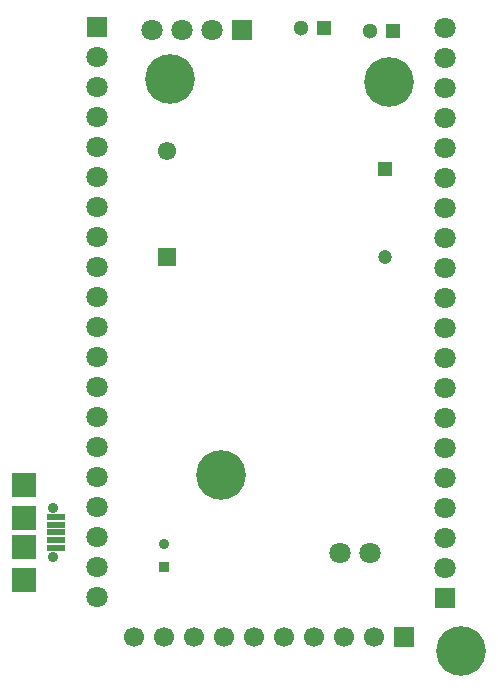
<source format=gts>
%FSTAX23Y23*%
%MOIN*%
%SFA1B1*%

%IPPOS*%
%ADD15R,0.082800X0.082800*%
%ADD16R,0.082800X0.078870*%
%ADD17R,0.061150X0.023750*%
%ADD18C,0.070990*%
%ADD19R,0.070990X0.070990*%
%ADD20C,0.047240*%
%ADD21R,0.047240X0.047240*%
%ADD22C,0.035560*%
%ADD23C,0.051180*%
%ADD24R,0.051180X0.051180*%
%ADD25C,0.035430*%
%ADD26R,0.035430X0.035430*%
%ADD27R,0.061150X0.061150*%
%ADD28C,0.061150*%
%ADD29R,0.070990X0.070990*%
%ADD30C,0.066930*%
%ADD31R,0.066930X0.066930*%
%ADD32C,0.165480*%
%LNoverlay-1*%
%LPD*%
G54D15*
X01024Y01527D03*
Y01622D03*
G54D16*
X01024Y01417D03*
Y01732D03*
G54D17*
X0113Y01523D03*
Y01626D03*
Y01549D03*
Y01575D03*
Y016D03*
G54D18*
X0145Y0325D03*
X0155D03*
X0165D03*
X02175Y01505D03*
X02075D03*
X02425Y02755D03*
Y02455D03*
Y02355D03*
Y02255D03*
Y02055D03*
Y01955D03*
Y01755D03*
Y01555D03*
Y01455D03*
Y01655D03*
Y01855D03*
Y02155D03*
Y02555D03*
Y02655D03*
Y02855D03*
Y02955D03*
Y03055D03*
Y03155D03*
Y03255D03*
X01265Y0186D03*
Y0216D03*
Y0226D03*
Y0236D03*
Y0256D03*
Y0266D03*
Y0286D03*
Y0306D03*
Y0316D03*
Y0296D03*
Y0276D03*
Y0246D03*
Y0206D03*
Y0196D03*
Y0176D03*
Y0166D03*
Y0156D03*
Y0146D03*
Y0136D03*
G54D19*
X0175Y0325D03*
G54D20*
X02225Y02492D03*
G54D21*
X02225Y02787D03*
G54D22*
X01121Y01493D03*
Y01656D03*
G54D23*
X01945Y03255D03*
X02175Y03245D03*
G54D24*
X02023Y03255D03*
X02254Y03245D03*
G54D25*
X0149Y01535D03*
G54D26*
X0149Y0146D03*
G54D27*
X015Y02492D03*
G54D28*
X015Y02847D03*
G54D29*
X02425Y01355D03*
X01265Y0326D03*
G54D30*
X0139Y01225D03*
X0149D03*
X0159D03*
X0169D03*
X0179D03*
X0189D03*
X0199D03*
X0209D03*
X0219D03*
G54D31*
X0229Y01225D03*
G54D32*
X0168Y01765D03*
X0224Y03075D03*
X0151Y03085D03*
X0248Y0118D03*
M02*
</source>
